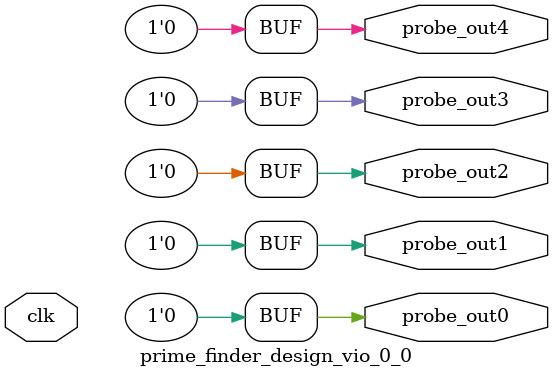
<source format=v>
`timescale 1ns / 1ps
module prime_finder_design_vio_0_0 (
clk,

probe_out0,
probe_out1,
probe_out2,
probe_out3,
probe_out4
);

input clk;

output reg [0 : 0] probe_out0 = 'h0 ;
output reg [0 : 0] probe_out1 = 'h0 ;
output reg [0 : 0] probe_out2 = 'h0 ;
output reg [0 : 0] probe_out3 = 'h0 ;
output reg [0 : 0] probe_out4 = 'h0 ;


endmodule

</source>
